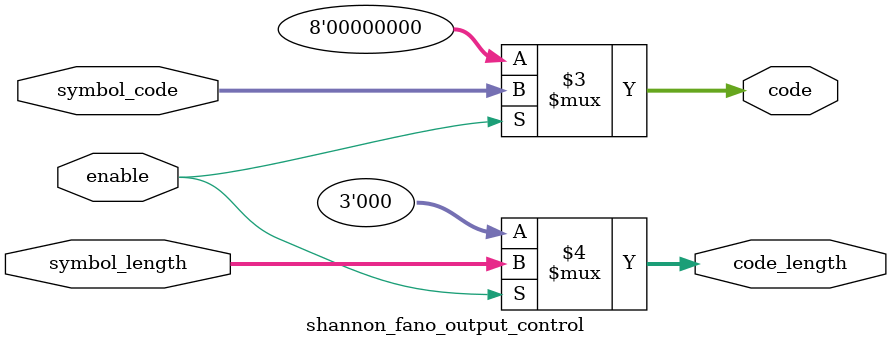
<source format=sv>
module shannon_fano_encoder #(
    parameter SYMBOL_WIDTH = 4,
    parameter CODE_WIDTH = 8,
    parameter LENGTH_WIDTH = 3
)(
    input  logic [SYMBOL_WIDTH-1:0] symbol,
    input  logic                    enable,
    output logic [CODE_WIDTH-1:0]   code,
    output logic [LENGTH_WIDTH-1:0] code_length
);
    // Internal connections
    logic [CODE_WIDTH-1:0]   symbol_code;
    logic [LENGTH_WIDTH-1:0] symbol_length;
    
    // Encode module to generate Shannon-Fano codes
    shannon_fano_encoder_core #(
        .SYMBOL_WIDTH(SYMBOL_WIDTH),
        .CODE_WIDTH(CODE_WIDTH),
        .LENGTH_WIDTH(LENGTH_WIDTH)
    ) encoder_core_inst (
        .symbol       (symbol),
        .code         (symbol_code),
        .code_length  (symbol_length)
    );
    
    // Output control module
    shannon_fano_output_control #(
        .CODE_WIDTH(CODE_WIDTH),
        .LENGTH_WIDTH(LENGTH_WIDTH)
    ) output_control_inst (
        .enable       (enable),
        .symbol_code  (symbol_code),
        .symbol_length(symbol_length),
        .code         (code),
        .code_length  (code_length)
    );
endmodule

///////////////////////////////////////////////////////////////////////////////
// Shannon-Fano Encoder Core Module
///////////////////////////////////////////////////////////////////////////////
module shannon_fano_encoder_core #(
    parameter SYMBOL_WIDTH = 4,
    parameter CODE_WIDTH = 8,
    parameter LENGTH_WIDTH = 3
)(
    input  logic [SYMBOL_WIDTH-1:0] symbol,
    output logic [CODE_WIDTH-1:0]   code,
    output logic [LENGTH_WIDTH-1:0] code_length
);
    // Lookup table component
    shannon_fano_code_table #(
        .SYMBOL_WIDTH(SYMBOL_WIDTH),
        .CODE_WIDTH(CODE_WIDTH),
        .LENGTH_WIDTH(LENGTH_WIDTH)
    ) code_table_inst (
        .symbol      (symbol),
        .code        (code),
        .code_length (code_length)
    );
endmodule

///////////////////////////////////////////////////////////////////////////////
// Shannon-Fano Code Table Module
///////////////////////////////////////////////////////////////////////////////
module shannon_fano_code_table #(
    parameter SYMBOL_WIDTH = 4,
    parameter CODE_WIDTH = 8,
    parameter LENGTH_WIDTH = 3,
    parameter TABLE_SIZE = 1 << SYMBOL_WIDTH
)(
    input  logic [SYMBOL_WIDTH-1:0] symbol,
    output logic [CODE_WIDTH-1:0]   code,
    output logic [LENGTH_WIDTH-1:0] code_length
);
    // Pre-computed tables
    logic [CODE_WIDTH-1:0]   codes   [0:TABLE_SIZE-1];
    logic [LENGTH_WIDTH-1:0] lengths [0:TABLE_SIZE-1];
    
    // Initialize lookup tables
    initial begin
        // High probability symbols (shorter codes)
        codes[0] = 8'b0;        lengths[0] = 1;
        
        // Medium probability symbols
        codes[1] = 8'b10;       lengths[1] = 2;
        codes[2] = 8'b11;       lengths[2] = 2;
        
        // Lower probability symbols
        codes[3] = 8'b100;      lengths[3] = 3;
        codes[4] = 8'b101;      lengths[4] = 3;
        codes[5] = 8'b110;      lengths[5] = 3;
        codes[6] = 8'b111;      lengths[6] = 3;
        
        // Remaining symbols with default values
        for (int i = 7; i < TABLE_SIZE; i++) begin
            codes[i] = 0;
            lengths[i] = 0;
        end
    end
    
    // Table lookup logic
    assign code = codes[symbol];
    assign code_length = lengths[symbol];
endmodule

///////////////////////////////////////////////////////////////////////////////
// Output Control Module
///////////////////////////////////////////////////////////////////////////////
module shannon_fano_output_control #(
    parameter CODE_WIDTH = 8,
    parameter LENGTH_WIDTH = 3
)(
    input  logic                    enable,
    input  logic [CODE_WIDTH-1:0]   symbol_code,
    input  logic [LENGTH_WIDTH-1:0] symbol_length,
    output logic [CODE_WIDTH-1:0]   code,
    output logic [LENGTH_WIDTH-1:0] code_length
);
    // Output gating based on enable signal using conditional operator
    assign code = enable ? symbol_code : {CODE_WIDTH{1'b0}};
    assign code_length = enable ? symbol_length : {LENGTH_WIDTH{1'b0}};
endmodule
</source>
